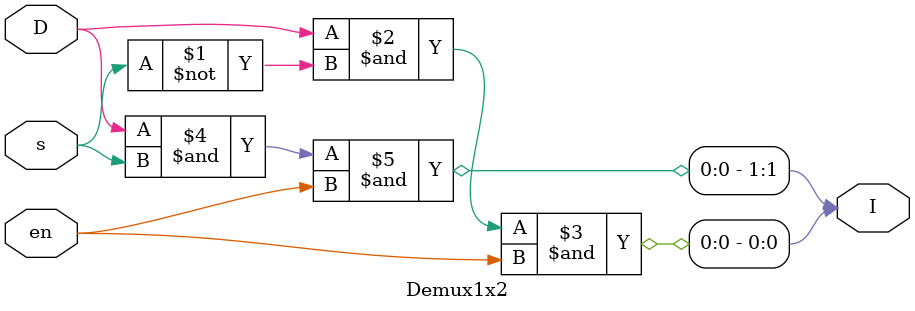
<source format=v>
`timescale 1ns / 1ps


module Demux1x2(output [1:0]I, input s,D,en);

    //Logic
    assign I[0] = D & ~s & en,
           I[1] = D & s & en;
           
endmodule

</source>
